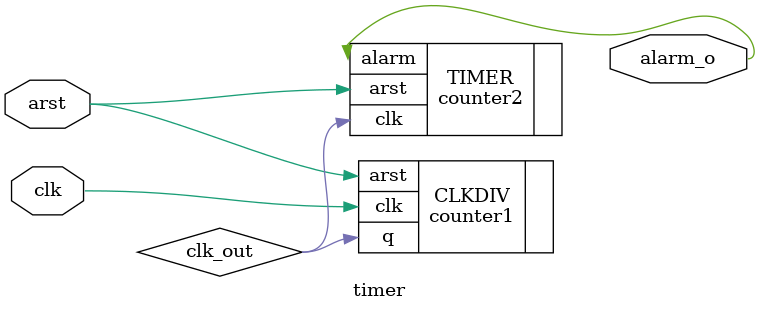
<source format=v>
`timescale 1ns / 1ps


module timer(
 input clk,
 input arst,
 output alarm_o
    );
    
    // Generating clock from counter 1 which acts as clock to next counter.
    // clk output
    wire clk_out;
    
    // counter 1 instance
    counter1 CLKDIV(.clk(clk),.arst(arst),.q(clk_out));
    
    
    // counter 2 instance.
    counter2 TIMER(.clk(clk_out),.arst(arst),.alarm(alarm_o));
    
endmodule
</source>
